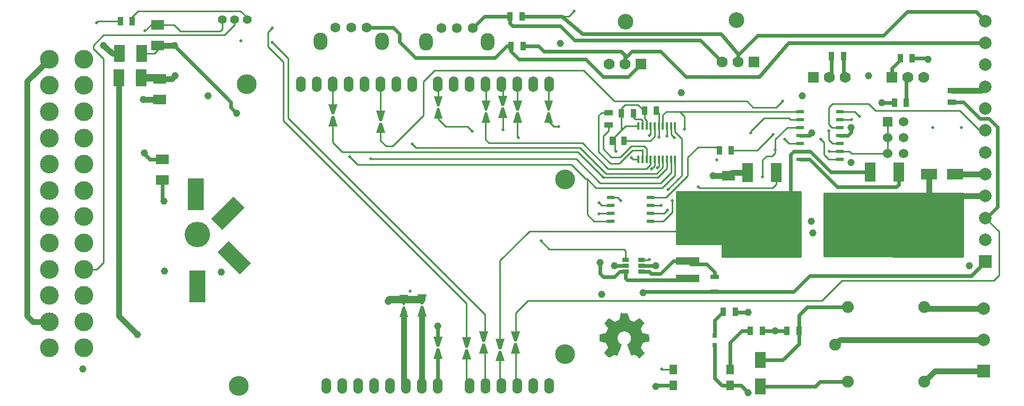
<source format=gtl>
G04 (created by PCBNEW (2013-03-19 BZR 4004)-stable) date 11/24/2013 9:32:50 PM*
%MOIN*%
G04 Gerber Fmt 3.4, Leading zero omitted, Abs format*
%FSLAX34Y34*%
G01*
G70*
G90*
G04 APERTURE LIST*
%ADD10C,0.006*%
%ADD11C,0.0001*%
%ADD12R,0.0669291X0.0984252*%
%ADD13R,0.035X0.055*%
%ADD14R,0.0314X0.0314*%
%ADD15R,0.0511811X0.0590551*%
%ADD16R,0.016X0.05*%
%ADD17R,0.045X0.02*%
%ADD18R,0.06X0.06*%
%ADD19C,0.06*%
%ADD20R,0.0787402X0.0787402*%
%ADD21C,0.0787402*%
%ADD22C,0.11811*%
%ADD23R,0.0984252X0.0669291*%
%ADD24R,0.08X0.06*%
%ADD25R,0.065X0.12*%
%ADD26R,0.24X0.24*%
%ADD27R,0.07X0.11*%
%ADD28C,0.0551181*%
%ADD29O,0.0866142X0.110236*%
%ADD30C,0.0629921*%
%ADD31R,0.0394X0.0276*%
%ADD32R,0.0531496X0.0255906*%
%ADD33R,0.145669X0.0472441*%
%ADD34C,0.075*%
%ADD35C,0.07*%
%ADD36R,0.07X0.07*%
%ADD37C,0.0984252*%
%ADD38C,0.16*%
%ADD39R,0.1X0.2*%
%ADD40R,0.055X0.035*%
%ADD41O,0.06X0.1*%
%ADD42O,0.125X0.125*%
%ADD43C,0.046*%
%ADD44C,0.02*%
%ADD45C,0.024*%
%ADD46C,0.036*%
%ADD47C,0.048*%
%ADD48C,0.01*%
G04 APERTURE END LIST*
G54D10*
G54D11*
G36*
X63686Y-51477D02*
X63479Y-51522D01*
X63365Y-51549D01*
X63297Y-51577D01*
X63255Y-51622D01*
X63218Y-51697D01*
X63208Y-51721D01*
X63145Y-51876D01*
X63263Y-52040D01*
X63381Y-52205D01*
X63220Y-52364D01*
X63058Y-52523D01*
X62916Y-52420D01*
X62790Y-52343D01*
X62695Y-52318D01*
X62637Y-52345D01*
X62634Y-52350D01*
X62609Y-52376D01*
X62582Y-52370D01*
X62548Y-52324D01*
X62503Y-52231D01*
X62440Y-52086D01*
X62417Y-52030D01*
X62273Y-51677D01*
X62377Y-51595D01*
X62477Y-51478D01*
X62526Y-51335D01*
X62523Y-51184D01*
X62470Y-51041D01*
X62380Y-50935D01*
X62255Y-50869D01*
X62108Y-50846D01*
X61965Y-50870D01*
X61871Y-50919D01*
X61754Y-51048D01*
X61696Y-51194D01*
X61697Y-51346D01*
X61757Y-51492D01*
X61868Y-51611D01*
X61954Y-51679D01*
X61814Y-52023D01*
X61757Y-52161D01*
X61710Y-52275D01*
X61678Y-52351D01*
X61666Y-52376D01*
X61634Y-52371D01*
X61573Y-52346D01*
X61499Y-52325D01*
X61431Y-52345D01*
X61393Y-52367D01*
X61281Y-52440D01*
X61208Y-52480D01*
X61157Y-52486D01*
X61109Y-52458D01*
X61046Y-52396D01*
X61010Y-52358D01*
X60856Y-52200D01*
X60968Y-52037D01*
X61079Y-51874D01*
X61019Y-51720D01*
X60982Y-51636D01*
X60944Y-51585D01*
X60884Y-51554D01*
X60783Y-51528D01*
X60753Y-51522D01*
X60547Y-51477D01*
X60557Y-51256D01*
X60567Y-51036D01*
X60700Y-51010D01*
X60805Y-50989D01*
X60892Y-50970D01*
X60904Y-50967D01*
X60969Y-50919D01*
X61028Y-50808D01*
X61032Y-50800D01*
X61089Y-50650D01*
X60965Y-50481D01*
X60841Y-50312D01*
X60986Y-50164D01*
X61066Y-50087D01*
X61129Y-50033D01*
X61158Y-50016D01*
X61199Y-50034D01*
X61276Y-50079D01*
X61355Y-50130D01*
X61524Y-50244D01*
X61662Y-50186D01*
X61736Y-50151D01*
X61782Y-50113D01*
X61811Y-50052D01*
X61837Y-49950D01*
X61847Y-49904D01*
X61894Y-49680D01*
X62112Y-49690D01*
X62330Y-49700D01*
X62382Y-49914D01*
X62413Y-50030D01*
X62443Y-50101D01*
X62487Y-50144D01*
X62557Y-50180D01*
X62571Y-50186D01*
X62709Y-50244D01*
X62869Y-50130D01*
X62961Y-50069D01*
X63034Y-50027D01*
X63066Y-50016D01*
X63107Y-50039D01*
X63177Y-50096D01*
X63243Y-50159D01*
X63383Y-50302D01*
X63263Y-50479D01*
X63144Y-50657D01*
X63200Y-50803D01*
X63231Y-50878D01*
X63264Y-50926D01*
X63316Y-50958D01*
X63402Y-50983D01*
X63534Y-51010D01*
X63667Y-51036D01*
X63677Y-51256D01*
X63686Y-51477D01*
X63686Y-51477D01*
X63686Y-51477D01*
G37*
G54D12*
X70670Y-54290D03*
X70670Y-52640D03*
G54D13*
X72325Y-50800D03*
X73075Y-50800D03*
X70775Y-50800D03*
X70025Y-50800D03*
X68325Y-49600D03*
X69075Y-49600D03*
G54D14*
X67800Y-51695D03*
X67800Y-51105D03*
G54D15*
X65200Y-53250D03*
X65200Y-54250D03*
X68750Y-54250D03*
X68750Y-53250D03*
G54D16*
X65300Y-37900D03*
X65050Y-37900D03*
X64790Y-37900D03*
X64530Y-37900D03*
X64280Y-37900D03*
X64020Y-37900D03*
X63760Y-37900D03*
X63510Y-37900D03*
X63250Y-37900D03*
X63000Y-37900D03*
X63000Y-40000D03*
X63250Y-40000D03*
X63510Y-40000D03*
X63760Y-40000D03*
X64020Y-40000D03*
X64280Y-40000D03*
X64530Y-40000D03*
X64790Y-40000D03*
X65050Y-40000D03*
X65300Y-40000D03*
G54D17*
X73150Y-37000D03*
X73150Y-37500D03*
X73150Y-38000D03*
X73150Y-38500D03*
X73150Y-39000D03*
X73150Y-39500D03*
X73150Y-40000D03*
X75650Y-40000D03*
X75650Y-39500D03*
X75650Y-38500D03*
X75650Y-38000D03*
X75650Y-37500D03*
X75650Y-37000D03*
X75650Y-39000D03*
G54D18*
X78650Y-37650D03*
G54D19*
X79650Y-37650D03*
X78650Y-38650D03*
X79650Y-38650D03*
X78650Y-39650D03*
X79650Y-39650D03*
G54D13*
X61350Y-38825D03*
X62100Y-38825D03*
X63375Y-36950D03*
X64125Y-36950D03*
G54D20*
X84700Y-53350D03*
G54D21*
X84700Y-51381D03*
X84700Y-49412D03*
G54D20*
X84800Y-46450D03*
G54D21*
X84800Y-45072D03*
X84800Y-43694D03*
X84800Y-42316D03*
X84800Y-40938D03*
X84800Y-39560D03*
X84800Y-38182D03*
X84800Y-36804D03*
X84800Y-35426D03*
X84800Y-34048D03*
X84800Y-32670D03*
X84800Y-31292D03*
G54D22*
X25974Y-51888D03*
X25974Y-50235D03*
X25974Y-48581D03*
X25974Y-46928D03*
X25974Y-45274D03*
X25974Y-43621D03*
X25974Y-41967D03*
X25974Y-40314D03*
X25974Y-38660D03*
X25974Y-37007D03*
X25974Y-35353D03*
X25974Y-33700D03*
X28139Y-51888D03*
X28139Y-50235D03*
X28139Y-48581D03*
X28139Y-46928D03*
X28139Y-45274D03*
X28139Y-43621D03*
X28139Y-41967D03*
X28139Y-40314D03*
X28139Y-38660D03*
X28139Y-37007D03*
X28139Y-35353D03*
X28139Y-33700D03*
G54D17*
X63750Y-42400D03*
X63750Y-42900D03*
X63750Y-43400D03*
X63750Y-43900D03*
X61250Y-43900D03*
X61250Y-43400D03*
X61250Y-42900D03*
X61250Y-42400D03*
G54D23*
X81250Y-40950D03*
X82900Y-40950D03*
G54D24*
X68650Y-42350D03*
X68650Y-41050D03*
G54D13*
X68075Y-39450D03*
X68825Y-39450D03*
G54D25*
X71650Y-40850D03*
G54D26*
X70750Y-43350D03*
G54D25*
X69850Y-40850D03*
X79350Y-40800D03*
G54D26*
X78450Y-43300D03*
G54D25*
X77550Y-40800D03*
G54D27*
X30350Y-34875D03*
X31750Y-34875D03*
X31800Y-33350D03*
X30400Y-33350D03*
G54D24*
X32925Y-34925D03*
X32925Y-36225D03*
X32800Y-31525D03*
X32800Y-32825D03*
X33100Y-41300D03*
X33100Y-40000D03*
G54D13*
X31200Y-31300D03*
X30450Y-31300D03*
G54D28*
X38413Y-31190D03*
X37625Y-31190D03*
X36838Y-31190D03*
G54D13*
X79825Y-36450D03*
X79075Y-36450D03*
X55000Y-32875D03*
X55750Y-32875D03*
X80200Y-33625D03*
X79450Y-33625D03*
X75875Y-33500D03*
X75125Y-33500D03*
X54925Y-31000D03*
X55675Y-31000D03*
G54D29*
X53529Y-32616D03*
X49670Y-32616D03*
G54D30*
X51600Y-31750D03*
X52584Y-31750D03*
X50615Y-31750D03*
G54D29*
X46879Y-32566D03*
X43020Y-32566D03*
G54D30*
X44950Y-31700D03*
X45934Y-31700D03*
X43965Y-31700D03*
G54D31*
X62200Y-47075D03*
X62200Y-46700D03*
X62200Y-46325D03*
X63200Y-46325D03*
X63200Y-46700D03*
X63200Y-47075D03*
G54D32*
X67800Y-47400D03*
X67800Y-48344D03*
G54D33*
X66100Y-47500D03*
X66100Y-46397D03*
G54D34*
X75360Y-51660D03*
X76160Y-49300D03*
X80960Y-49300D03*
X80960Y-54020D03*
X76160Y-54020D03*
G54D35*
X68265Y-33863D03*
X69265Y-33863D03*
G54D36*
X70265Y-33863D03*
G54D35*
X76000Y-34842D03*
X75000Y-34842D03*
G54D36*
X74000Y-34842D03*
G54D35*
X80921Y-34842D03*
X79921Y-34842D03*
G54D36*
X78921Y-34842D03*
G54D35*
X61155Y-34003D03*
X62155Y-34003D03*
G54D36*
X63155Y-34003D03*
G54D37*
X62195Y-31343D03*
X69155Y-31233D03*
G54D38*
X35300Y-44750D03*
G54D18*
X35300Y-47500D03*
G54D19*
X35300Y-48500D03*
G54D39*
X35300Y-48000D03*
G54D10*
G36*
X36822Y-45846D02*
X37246Y-45422D01*
X37670Y-45846D01*
X37246Y-46270D01*
X36822Y-45846D01*
X36822Y-45846D01*
G37*
G54D19*
X37953Y-46553D03*
G54D10*
G36*
X36539Y-45846D02*
X37246Y-45139D01*
X38660Y-46553D01*
X37953Y-47260D01*
X36539Y-45846D01*
X36539Y-45846D01*
G37*
G54D18*
X35200Y-42700D03*
G54D19*
X35200Y-41700D03*
G54D39*
X35200Y-42200D03*
G54D10*
G36*
X36846Y-44177D02*
X36422Y-43753D01*
X36846Y-43329D01*
X37270Y-43753D01*
X36846Y-44177D01*
X36846Y-44177D01*
G37*
G54D19*
X37553Y-43046D03*
G54D10*
G36*
X36846Y-44460D02*
X36139Y-43753D01*
X37553Y-42339D01*
X38260Y-43046D01*
X36846Y-44460D01*
X36846Y-44460D01*
G37*
G54D40*
X61125Y-37075D03*
X61125Y-37825D03*
G54D41*
X48790Y-35280D03*
X47790Y-35280D03*
X46790Y-35280D03*
X45790Y-35280D03*
X44790Y-35280D03*
X43790Y-35280D03*
X42790Y-35280D03*
X41790Y-35280D03*
X46390Y-54280D03*
X45390Y-54280D03*
X44390Y-54280D03*
X43390Y-54280D03*
X47390Y-54280D03*
X48390Y-54280D03*
X49390Y-54280D03*
X50390Y-54280D03*
X52390Y-54280D03*
X53390Y-54280D03*
X54390Y-54280D03*
X55390Y-54280D03*
X56390Y-54280D03*
X57390Y-54280D03*
X57390Y-35280D03*
X56390Y-35280D03*
X55390Y-35280D03*
X54390Y-35280D03*
X53390Y-35280D03*
X52390Y-35280D03*
X51390Y-35280D03*
X50390Y-35280D03*
G54D42*
X58390Y-52280D03*
X58390Y-41280D03*
X38390Y-35280D03*
X37890Y-54280D03*
G54D10*
G36*
X54750Y-37400D02*
X54200Y-37400D01*
X54400Y-36750D01*
X54550Y-36750D01*
X54750Y-37400D01*
X54750Y-37400D01*
G37*
G36*
X54750Y-36000D02*
X54550Y-36650D01*
X54400Y-36650D01*
X54200Y-36000D01*
X54750Y-36000D01*
X54750Y-36000D01*
G37*
G36*
X55675Y-37700D02*
X55125Y-37700D01*
X55325Y-37050D01*
X55475Y-37050D01*
X55675Y-37700D01*
X55675Y-37700D01*
G37*
G36*
X55675Y-36300D02*
X55475Y-36950D01*
X55325Y-36950D01*
X55125Y-36300D01*
X55675Y-36300D01*
X55675Y-36300D01*
G37*
G36*
X53700Y-37700D02*
X53150Y-37700D01*
X53350Y-37050D01*
X53500Y-37050D01*
X53700Y-37700D01*
X53700Y-37700D01*
G37*
G36*
X53700Y-36300D02*
X53500Y-36950D01*
X53350Y-36950D01*
X53150Y-36300D01*
X53700Y-36300D01*
X53700Y-36300D01*
G37*
G36*
X47075Y-38350D02*
X46525Y-38350D01*
X46725Y-37700D01*
X46875Y-37700D01*
X47075Y-38350D01*
X47075Y-38350D01*
G37*
G36*
X47075Y-36950D02*
X46875Y-37600D01*
X46725Y-37600D01*
X46525Y-36950D01*
X47075Y-36950D01*
X47075Y-36950D01*
G37*
G36*
X54575Y-52720D02*
X54025Y-52720D01*
X54225Y-52070D01*
X54375Y-52070D01*
X54575Y-52720D01*
X54575Y-52720D01*
G37*
G36*
X54575Y-51320D02*
X54375Y-51970D01*
X54225Y-51970D01*
X54025Y-51320D01*
X54575Y-51320D01*
X54575Y-51320D01*
G37*
G36*
X55550Y-52225D02*
X55000Y-52225D01*
X55200Y-51575D01*
X55350Y-51575D01*
X55550Y-52225D01*
X55550Y-52225D01*
G37*
G36*
X55550Y-50825D02*
X55350Y-51475D01*
X55200Y-51475D01*
X55000Y-50825D01*
X55550Y-50825D01*
X55550Y-50825D01*
G37*
G36*
X53550Y-52250D02*
X53000Y-52250D01*
X53200Y-51600D01*
X53350Y-51600D01*
X53550Y-52250D01*
X53550Y-52250D01*
G37*
G36*
X53550Y-50850D02*
X53350Y-51500D01*
X53200Y-51500D01*
X53000Y-50850D01*
X53550Y-50850D01*
X53550Y-50850D01*
G37*
G36*
X52475Y-52620D02*
X51925Y-52620D01*
X52125Y-51970D01*
X52275Y-51970D01*
X52475Y-52620D01*
X52475Y-52620D01*
G37*
G36*
X52475Y-51220D02*
X52275Y-51870D01*
X52125Y-51870D01*
X51925Y-51220D01*
X52475Y-51220D01*
X52475Y-51220D01*
G37*
G36*
X44075Y-37925D02*
X43525Y-37925D01*
X43725Y-37275D01*
X43875Y-37275D01*
X44075Y-37925D01*
X44075Y-37925D01*
G37*
G36*
X44075Y-36525D02*
X43875Y-37175D01*
X43725Y-37175D01*
X43525Y-36525D01*
X44075Y-36525D01*
X44075Y-36525D01*
G37*
G36*
X48525Y-49925D02*
X47975Y-49925D01*
X48175Y-49275D01*
X48325Y-49275D01*
X48525Y-49925D01*
X48525Y-49925D01*
G37*
G36*
X48525Y-48525D02*
X48325Y-49175D01*
X48175Y-49175D01*
X47975Y-48525D01*
X48525Y-48525D01*
X48525Y-48525D01*
G37*
G36*
X50675Y-52570D02*
X50125Y-52570D01*
X50325Y-51920D01*
X50475Y-51920D01*
X50675Y-52570D01*
X50675Y-52570D01*
G37*
G36*
X50675Y-51170D02*
X50475Y-51820D01*
X50325Y-51820D01*
X50125Y-51170D01*
X50675Y-51170D01*
X50675Y-51170D01*
G37*
G36*
X57625Y-37700D02*
X57075Y-37700D01*
X57275Y-37050D01*
X57425Y-37050D01*
X57625Y-37700D01*
X57625Y-37700D01*
G37*
G36*
X57625Y-36300D02*
X57425Y-36950D01*
X57275Y-36950D01*
X57075Y-36300D01*
X57625Y-36300D01*
X57625Y-36300D01*
G37*
G36*
X50700Y-37425D02*
X50150Y-37425D01*
X50350Y-36775D01*
X50500Y-36775D01*
X50700Y-37425D01*
X50700Y-37425D01*
G37*
G36*
X50700Y-36025D02*
X50500Y-36675D01*
X50350Y-36675D01*
X50150Y-36025D01*
X50700Y-36025D01*
X50700Y-36025D01*
G37*
G36*
X49675Y-49900D02*
X49125Y-49900D01*
X49325Y-49250D01*
X49475Y-49250D01*
X49675Y-49900D01*
X49675Y-49900D01*
G37*
G36*
X49675Y-48500D02*
X49475Y-49150D01*
X49325Y-49150D01*
X49125Y-48500D01*
X49675Y-48500D01*
X49675Y-48500D01*
G37*
G54D40*
X82680Y-35665D03*
X82680Y-36415D03*
G54D13*
X61925Y-37090D03*
X62675Y-37090D03*
G54D43*
X73950Y-44650D03*
X28100Y-53200D03*
X50400Y-50500D03*
X71600Y-50800D03*
X31525Y-51050D03*
X33900Y-34725D03*
G54D44*
X28950Y-31400D03*
G54D43*
X58100Y-32700D03*
X35950Y-36000D03*
X33225Y-47050D03*
X60600Y-46500D03*
X36800Y-47100D03*
G54D44*
X61900Y-42600D03*
X64800Y-38550D03*
X81500Y-38000D03*
G54D43*
X33175Y-42625D03*
X29400Y-32850D03*
X37750Y-37100D03*
X33850Y-32850D03*
G54D44*
X66750Y-41750D03*
X58000Y-37950D03*
X72050Y-36325D03*
X56875Y-45150D03*
X46200Y-39975D03*
X44850Y-39850D03*
X64450Y-53200D03*
X60525Y-43450D03*
X60800Y-41150D03*
X39975Y-31750D03*
X40000Y-32650D03*
X48775Y-39025D03*
X65125Y-42600D03*
X54500Y-38150D03*
X64840Y-41900D03*
X55450Y-38650D03*
X64825Y-43200D03*
X52550Y-38225D03*
X60525Y-42725D03*
G54D43*
X61500Y-46700D03*
X63300Y-48400D03*
G54D44*
X63700Y-46300D03*
X58950Y-30675D03*
X65900Y-38100D03*
X64300Y-38600D03*
X63700Y-38500D03*
X74940Y-38200D03*
X62000Y-38100D03*
X61600Y-39500D03*
X67925Y-40025D03*
G54D43*
X73300Y-36000D03*
G54D44*
X64425Y-42900D03*
G54D43*
X73850Y-43900D03*
G54D44*
X62550Y-39900D03*
G54D43*
X67700Y-41050D03*
G54D44*
X83300Y-38000D03*
G54D43*
X76350Y-40200D03*
X78300Y-36450D03*
X81200Y-33700D03*
X77450Y-34750D03*
X73900Y-38350D03*
X75000Y-34842D03*
X76350Y-38000D03*
X31875Y-36225D03*
G54D44*
X32000Y-31900D03*
G54D43*
X47275Y-48925D03*
G54D44*
X48650Y-48300D03*
G54D43*
X31950Y-39600D03*
X83800Y-46700D03*
X64100Y-46700D03*
X60700Y-48500D03*
G54D44*
X38025Y-32550D03*
G54D43*
X65700Y-35800D03*
X69900Y-49625D03*
G54D44*
X71450Y-38450D03*
X72200Y-38750D03*
X63810Y-40620D03*
X64190Y-40550D03*
X65250Y-38650D03*
X70050Y-38350D03*
X74450Y-38750D03*
X76900Y-37300D03*
X75000Y-39500D03*
X76400Y-37500D03*
X70800Y-41100D03*
X71600Y-39400D03*
G54D43*
X69900Y-54700D03*
X64100Y-54300D03*
G54D45*
X50400Y-50500D02*
X50400Y-51495D01*
X70775Y-50800D02*
X71600Y-50800D01*
X71600Y-50800D02*
X72325Y-50800D01*
G54D46*
X30350Y-34875D02*
X30350Y-49875D01*
X30350Y-49875D02*
X31525Y-51050D01*
G54D47*
X31750Y-34875D02*
X32875Y-34875D01*
X32875Y-34875D02*
X32925Y-34925D01*
G54D46*
X32925Y-34925D02*
X33700Y-34925D01*
X33700Y-34925D02*
X33900Y-34725D01*
G54D48*
X29700Y-31300D02*
X29050Y-31300D01*
X29050Y-31300D02*
X28950Y-31400D01*
X30450Y-31300D02*
X29700Y-31300D01*
X29700Y-31300D02*
X29675Y-31300D01*
G54D45*
X64200Y-47600D02*
X66000Y-47600D01*
X64200Y-47600D02*
X62300Y-47600D01*
X62300Y-47600D02*
X62200Y-47500D01*
X62200Y-47075D02*
X62200Y-47500D01*
X66000Y-47600D02*
X66100Y-47500D01*
X62200Y-47075D02*
X61825Y-47075D01*
X60600Y-47200D02*
X60600Y-46500D01*
X60800Y-47400D02*
X60600Y-47200D01*
X61500Y-47400D02*
X60800Y-47400D01*
X61825Y-47075D02*
X61500Y-47400D01*
G54D48*
X61250Y-42400D02*
X61700Y-42400D01*
X61700Y-42400D02*
X61900Y-42600D01*
X64790Y-38540D02*
X64790Y-37900D01*
X64800Y-38550D02*
X64790Y-38540D01*
G54D45*
X33100Y-41300D02*
X33100Y-42550D01*
X33100Y-42550D02*
X33175Y-42625D01*
G54D46*
X29950Y-33350D02*
X30400Y-33350D01*
X29400Y-32850D02*
X29950Y-33350D01*
G54D48*
X32800Y-32825D02*
X32800Y-33125D01*
X32575Y-33350D02*
X31800Y-33350D01*
X32800Y-33125D02*
X32575Y-33350D01*
G54D45*
X33850Y-32850D02*
X37400Y-36400D01*
X37400Y-36750D02*
X37750Y-37100D01*
X37400Y-36400D02*
X37400Y-36750D01*
G54D46*
X32800Y-32825D02*
X33825Y-32825D01*
X33825Y-32825D02*
X33850Y-32850D01*
G54D48*
X54300Y-51645D02*
X54300Y-46375D01*
X65350Y-44525D02*
X66475Y-44525D01*
X66475Y-44525D02*
X68650Y-42350D01*
X65525Y-44525D02*
X65550Y-44500D01*
X56150Y-44525D02*
X65350Y-44525D01*
X65350Y-44525D02*
X65525Y-44525D01*
X54300Y-46375D02*
X56150Y-44525D01*
G54D45*
X73150Y-39500D02*
X72750Y-39500D01*
X72550Y-39700D02*
X72550Y-42300D01*
X72750Y-39500D02*
X72550Y-39700D01*
X73150Y-39500D02*
X73800Y-39500D01*
X75100Y-40800D02*
X77550Y-40800D01*
X73800Y-39500D02*
X75100Y-40800D01*
G54D48*
X57350Y-37375D02*
X57350Y-37600D01*
X71650Y-41575D02*
X71650Y-40850D01*
X71425Y-41800D02*
X71650Y-41575D01*
X66800Y-41800D02*
X71425Y-41800D01*
X66750Y-41750D02*
X66800Y-41800D01*
X57700Y-37950D02*
X58000Y-37950D01*
X57350Y-37600D02*
X57700Y-37950D01*
X70575Y-36725D02*
X71650Y-36725D01*
X71650Y-36725D02*
X72050Y-36325D01*
X46800Y-38025D02*
X46800Y-38825D01*
X70200Y-36725D02*
X70575Y-36725D01*
X70575Y-36725D02*
X70600Y-36725D01*
X69825Y-36350D02*
X70200Y-36725D01*
X61500Y-36350D02*
X69825Y-36350D01*
X59550Y-34400D02*
X61500Y-36350D01*
X50200Y-34400D02*
X59550Y-34400D01*
X49500Y-35100D02*
X50200Y-34400D01*
X49500Y-37225D02*
X49500Y-35100D01*
X47550Y-39175D02*
X49500Y-37225D01*
X47150Y-39175D02*
X47550Y-39175D01*
X46800Y-38825D02*
X47150Y-39175D01*
X62100Y-45675D02*
X57400Y-45675D01*
X62100Y-45675D02*
X62200Y-45775D01*
X62200Y-46325D02*
X62200Y-45775D01*
X56875Y-45150D02*
X57400Y-45675D01*
X65050Y-40000D02*
X65050Y-40850D01*
X59075Y-39975D02*
X59050Y-39975D01*
X60600Y-41500D02*
X59075Y-39975D01*
X64400Y-41500D02*
X60600Y-41500D01*
X65050Y-40850D02*
X64400Y-41500D01*
X59050Y-39975D02*
X46200Y-39975D01*
X59775Y-41250D02*
X59700Y-41250D01*
X45350Y-40350D02*
X44850Y-39850D01*
X58800Y-40350D02*
X45350Y-40350D01*
X59700Y-41250D02*
X58800Y-40350D01*
X59775Y-41250D02*
X59775Y-43475D01*
X60200Y-43900D02*
X61250Y-43900D01*
X59775Y-43475D02*
X60200Y-43900D01*
X65300Y-40625D02*
X65300Y-41000D01*
X60325Y-41800D02*
X59775Y-41250D01*
X64500Y-41800D02*
X60325Y-41800D01*
X65300Y-41000D02*
X64500Y-41800D01*
X65300Y-40650D02*
X65300Y-40625D01*
X65300Y-40625D02*
X65300Y-40000D01*
X59775Y-41250D02*
X59875Y-41350D01*
X64500Y-53250D02*
X65200Y-53250D01*
X64450Y-53200D02*
X64500Y-53250D01*
X60800Y-41150D02*
X59175Y-39525D01*
X59175Y-39525D02*
X59200Y-39525D01*
X64790Y-40460D02*
X64790Y-40585D01*
X64790Y-40000D02*
X64790Y-40460D01*
X60575Y-43400D02*
X61250Y-43400D01*
X60525Y-43450D02*
X60575Y-43400D01*
X64225Y-41150D02*
X60800Y-41150D01*
X64790Y-40585D02*
X64225Y-41150D01*
X44800Y-39525D02*
X44375Y-39525D01*
X44375Y-39525D02*
X43800Y-38950D01*
X43800Y-38950D02*
X43800Y-37600D01*
X59200Y-39525D02*
X44800Y-39525D01*
X52200Y-51545D02*
X52200Y-49075D01*
X39725Y-32000D02*
X39975Y-31750D01*
X39725Y-32900D02*
X39725Y-32000D01*
X40700Y-33875D02*
X39725Y-32900D01*
X40700Y-37575D02*
X40700Y-33875D01*
X52200Y-49075D02*
X40700Y-37575D01*
X53350Y-49775D02*
X53350Y-51100D01*
X51925Y-48350D02*
X53350Y-49775D01*
X53350Y-51100D02*
X53275Y-51175D01*
X51925Y-48350D02*
X51925Y-48350D01*
X40975Y-37400D02*
X51925Y-48350D01*
X40975Y-33625D02*
X40975Y-37400D01*
X40000Y-32650D02*
X40975Y-33625D01*
X49650Y-39275D02*
X49025Y-39275D01*
X49025Y-39275D02*
X48775Y-39025D01*
X64530Y-40319D02*
X64530Y-40520D01*
X64530Y-40000D02*
X64530Y-40319D01*
X60950Y-40900D02*
X59325Y-39275D01*
X64150Y-40900D02*
X60950Y-40900D01*
X64530Y-40520D02*
X64150Y-40900D01*
X59325Y-39275D02*
X49650Y-39275D01*
X49650Y-39275D02*
X49625Y-39275D01*
X53375Y-38225D02*
X53375Y-37425D01*
X63760Y-40340D02*
X63500Y-40600D01*
X63500Y-40600D02*
X61100Y-40600D01*
X61100Y-40600D02*
X59475Y-38975D01*
X59475Y-38975D02*
X53600Y-38975D01*
X53600Y-38975D02*
X53375Y-38750D01*
X53375Y-38750D02*
X53375Y-38225D01*
X63760Y-40000D02*
X63760Y-40340D01*
X53375Y-37425D02*
X53425Y-37375D01*
X63750Y-43900D02*
X64550Y-43900D01*
X65125Y-43325D02*
X65125Y-42600D01*
X64550Y-43900D02*
X65125Y-43325D01*
X54475Y-38125D02*
X54475Y-37075D01*
X54500Y-38150D02*
X54475Y-38125D01*
X65500Y-41250D02*
X65490Y-41250D01*
X65300Y-38275D02*
X65725Y-38700D01*
X65725Y-38700D02*
X65725Y-41025D01*
X65725Y-41025D02*
X65500Y-41250D01*
X65300Y-37900D02*
X65300Y-38275D01*
X65490Y-41250D02*
X64840Y-41900D01*
X55375Y-38000D02*
X55375Y-37400D01*
X55450Y-38650D02*
X55375Y-38575D01*
X55375Y-38575D02*
X55375Y-38000D01*
X55400Y-37375D02*
X55375Y-37400D01*
X64400Y-43400D02*
X64625Y-43400D01*
X63750Y-43400D02*
X64400Y-43400D01*
X64625Y-43400D02*
X64825Y-43200D01*
X50425Y-37100D02*
X50425Y-37475D01*
X52250Y-37925D02*
X52550Y-38225D01*
X50875Y-37925D02*
X52250Y-37925D01*
X50425Y-37475D02*
X50875Y-37925D01*
X61250Y-42900D02*
X60700Y-42900D01*
X60700Y-42900D02*
X60525Y-42725D01*
G54D46*
X82900Y-40950D02*
X84788Y-40950D01*
X84788Y-40950D02*
X84800Y-40938D01*
X81250Y-40950D02*
X81250Y-42400D01*
X81250Y-42400D02*
X81300Y-42450D01*
X84800Y-42316D02*
X83216Y-42316D01*
X83216Y-42316D02*
X83200Y-42300D01*
G54D45*
X84800Y-43694D02*
X84865Y-43694D01*
X83435Y-36415D02*
X82680Y-36415D01*
X84460Y-37440D02*
X83435Y-36415D01*
X85020Y-37440D02*
X84460Y-37440D01*
X85560Y-37980D02*
X85020Y-37440D01*
X85560Y-43000D02*
X85560Y-37980D01*
X84865Y-43694D02*
X85560Y-43000D01*
G54D48*
X55275Y-51150D02*
X55275Y-49675D01*
X85650Y-44544D02*
X84800Y-43694D01*
X85650Y-47300D02*
X85650Y-44544D01*
X85325Y-47625D02*
X85650Y-47300D01*
X75800Y-47625D02*
X85325Y-47625D01*
X74525Y-48900D02*
X75800Y-47625D01*
X56050Y-48900D02*
X74525Y-48900D01*
X55275Y-49675D02*
X56050Y-48900D01*
G54D45*
X81350Y-47340D02*
X83909Y-47340D01*
X83909Y-47340D02*
X84800Y-46450D01*
X72255Y-48344D02*
X72755Y-48344D01*
X67800Y-48344D02*
X72255Y-48344D01*
X73759Y-47340D02*
X81350Y-47340D01*
X81350Y-47340D02*
X81384Y-47340D01*
X72755Y-48344D02*
X73759Y-47340D01*
X67800Y-48344D02*
X63355Y-48344D01*
X61500Y-46700D02*
X62200Y-46700D01*
X63355Y-48344D02*
X63300Y-48400D01*
G54D48*
X63700Y-46300D02*
X63675Y-46325D01*
X63200Y-46325D02*
X63675Y-46325D01*
X58625Y-31000D02*
X58075Y-31000D01*
X58950Y-30675D02*
X58625Y-31000D01*
G54D45*
X69265Y-33863D02*
X69265Y-33434D01*
X84207Y-30700D02*
X84800Y-31292D01*
X79900Y-30700D02*
X84207Y-30700D01*
X78400Y-32200D02*
X79900Y-30700D01*
X70500Y-32200D02*
X78400Y-32200D01*
X69265Y-33434D02*
X70500Y-32200D01*
X55675Y-31000D02*
X58075Y-31000D01*
X58075Y-31000D02*
X58200Y-31000D01*
X69265Y-33365D02*
X69265Y-33863D01*
X68200Y-32100D02*
X69265Y-33365D01*
X59500Y-32100D02*
X68200Y-32100D01*
X58200Y-31000D02*
X59500Y-32100D01*
X84500Y-32670D02*
X72429Y-32670D01*
X62600Y-33200D02*
X62155Y-33644D01*
X64400Y-33200D02*
X62600Y-33200D01*
X66000Y-34800D02*
X64400Y-33200D01*
X70600Y-34800D02*
X66000Y-34800D01*
X72429Y-32670D02*
X70600Y-34800D01*
X55750Y-32875D02*
X56725Y-32875D01*
X62155Y-33455D02*
X62155Y-33644D01*
X62155Y-33644D02*
X62155Y-34003D01*
X61900Y-33200D02*
X62155Y-33455D01*
X57050Y-33200D02*
X61900Y-33200D01*
X56725Y-32875D02*
X57050Y-33200D01*
G54D46*
X84700Y-51381D02*
X75638Y-51381D01*
X75638Y-51381D02*
X75360Y-51660D01*
X84700Y-49412D02*
X81072Y-49412D01*
X81072Y-49412D02*
X80960Y-49300D01*
X84700Y-53350D02*
X81630Y-53350D01*
X81630Y-53350D02*
X80960Y-54020D01*
G54D48*
X65900Y-37300D02*
X65600Y-37000D01*
X65900Y-38100D02*
X65900Y-37300D01*
X64530Y-37900D02*
X64530Y-37220D01*
X64750Y-37000D02*
X65600Y-37000D01*
X65600Y-37000D02*
X70850Y-37000D01*
X70850Y-37000D02*
X73150Y-37000D01*
X64530Y-37220D02*
X64750Y-37000D01*
X64280Y-37900D02*
X64280Y-38580D01*
X64280Y-38580D02*
X64300Y-38600D01*
X64280Y-37900D02*
X64280Y-37105D01*
X64280Y-37105D02*
X64125Y-36950D01*
X63700Y-38500D02*
X63760Y-38440D01*
X63760Y-37900D02*
X63760Y-38440D01*
X62100Y-38825D02*
X63750Y-38825D01*
X64020Y-38555D02*
X64020Y-37900D01*
X63750Y-38825D02*
X64020Y-38555D01*
X75180Y-39000D02*
X75650Y-39000D01*
X74940Y-38760D02*
X75180Y-39000D01*
X74940Y-38200D02*
X74940Y-38760D01*
X83200Y-36950D02*
X83850Y-37600D01*
X84432Y-38182D02*
X83850Y-37600D01*
X84800Y-38182D02*
X84432Y-38182D01*
X75150Y-38000D02*
X74950Y-37800D01*
X74950Y-37800D02*
X74950Y-36750D01*
X74950Y-36750D02*
X75200Y-36500D01*
X75200Y-36500D02*
X77450Y-36500D01*
X77450Y-36500D02*
X77900Y-36950D01*
X77900Y-36950D02*
X83200Y-36950D01*
X75150Y-38000D02*
X75650Y-38000D01*
X63000Y-37900D02*
X62200Y-37900D01*
X62200Y-37900D02*
X62000Y-38100D01*
X61925Y-37090D02*
X61925Y-38025D01*
X61525Y-38900D02*
X61525Y-39425D01*
X61600Y-39500D02*
X61525Y-39425D01*
X61525Y-38575D02*
X62000Y-38100D01*
X61525Y-38575D02*
X61525Y-38900D01*
X61925Y-38025D02*
X62000Y-38100D01*
X63375Y-36950D02*
X63350Y-36950D01*
X61925Y-36815D02*
X61925Y-37090D01*
X62170Y-36570D02*
X61925Y-36815D01*
X62970Y-36570D02*
X62170Y-36570D01*
X63350Y-36950D02*
X62970Y-36570D01*
X64425Y-42900D02*
X63750Y-42900D01*
X62650Y-40000D02*
X63000Y-40000D01*
X62550Y-39900D02*
X62650Y-40000D01*
G54D46*
X68650Y-41050D02*
X67700Y-41050D01*
X69850Y-40850D02*
X68850Y-40850D01*
X68850Y-40850D02*
X68650Y-41050D01*
G54D48*
X63510Y-37900D02*
X63510Y-37560D01*
X63375Y-37425D02*
X63375Y-36950D01*
X63510Y-37560D02*
X63375Y-37425D01*
G54D45*
X78300Y-36450D02*
X79075Y-36450D01*
X81125Y-33625D02*
X80200Y-33625D01*
X81200Y-33700D02*
X81125Y-33625D01*
X73150Y-38500D02*
X73750Y-38500D01*
X73750Y-38500D02*
X73900Y-38350D01*
X75000Y-34842D02*
X75125Y-34717D01*
X75125Y-34717D02*
X75125Y-33500D01*
X76150Y-38500D02*
X75650Y-38500D01*
X76350Y-38300D02*
X76150Y-38500D01*
X76350Y-38000D02*
X76350Y-38300D01*
X79825Y-36450D02*
X79825Y-34938D01*
X79825Y-34938D02*
X79921Y-34842D01*
G54D46*
X32925Y-36225D02*
X31875Y-36225D01*
G54D48*
X32800Y-31525D02*
X32375Y-31525D01*
X32375Y-31525D02*
X32000Y-31900D01*
X36838Y-31190D02*
X36838Y-31811D01*
X33825Y-31525D02*
X32800Y-31525D01*
X34225Y-31925D02*
X33825Y-31525D01*
X36725Y-31925D02*
X34225Y-31925D01*
X36838Y-31811D02*
X36725Y-31925D01*
G54D47*
X49400Y-48825D02*
X48275Y-48825D01*
X48275Y-48825D02*
X48250Y-48850D01*
X47350Y-48850D02*
X48250Y-48850D01*
X47275Y-48925D02*
X47350Y-48850D01*
G54D45*
X33100Y-40000D02*
X32300Y-40000D01*
X31950Y-39650D02*
X31950Y-39600D01*
X32300Y-40000D02*
X31950Y-39650D01*
X64100Y-46700D02*
X63200Y-46700D01*
G54D46*
X82680Y-35665D02*
X84561Y-35665D01*
X84561Y-35665D02*
X84800Y-35426D01*
G54D45*
X69075Y-49600D02*
X69100Y-49625D01*
X69100Y-49625D02*
X69900Y-49625D01*
G54D48*
X30125Y-32175D02*
X29400Y-32175D01*
X28946Y-46928D02*
X28139Y-46928D01*
X29375Y-46500D02*
X28946Y-46928D01*
X29375Y-33675D02*
X29375Y-46500D01*
X28750Y-33050D02*
X29375Y-33675D01*
X28750Y-32825D02*
X28750Y-33050D01*
X29400Y-32175D02*
X28750Y-32825D01*
X37625Y-31190D02*
X37625Y-31524D01*
X30100Y-32175D02*
X30125Y-32175D01*
X30125Y-32175D02*
X30175Y-32175D01*
X36975Y-32175D02*
X30100Y-32175D01*
X37625Y-31524D02*
X36975Y-32175D01*
X38413Y-31190D02*
X38413Y-31088D01*
X31200Y-31025D02*
X31200Y-31300D01*
X31550Y-30675D02*
X31200Y-31025D01*
X38000Y-30675D02*
X31550Y-30675D01*
X38413Y-31088D02*
X38000Y-30675D01*
G54D45*
X67800Y-47400D02*
X67800Y-47100D01*
X66302Y-46600D02*
X66100Y-46397D01*
X67300Y-46600D02*
X66302Y-46600D01*
X67800Y-47100D02*
X67300Y-46600D01*
X63200Y-47075D02*
X63675Y-47075D01*
X65202Y-46397D02*
X66100Y-46397D01*
X64400Y-47200D02*
X65202Y-46397D01*
X63800Y-47200D02*
X64400Y-47200D01*
X63675Y-47075D02*
X63800Y-47200D01*
G54D48*
X63750Y-42400D02*
X64735Y-42400D01*
X67850Y-39225D02*
X68075Y-39450D01*
X66750Y-39225D02*
X67850Y-39225D01*
X66100Y-39875D02*
X66750Y-39225D01*
X66100Y-41035D02*
X66100Y-39875D01*
X64735Y-42400D02*
X66100Y-41035D01*
G54D45*
X73150Y-40000D02*
X73750Y-40000D01*
X79350Y-41600D02*
X79350Y-40800D01*
X79200Y-41750D02*
X79350Y-41600D01*
X75500Y-41750D02*
X79200Y-41750D01*
X73750Y-40000D02*
X75500Y-41750D01*
G54D48*
X68825Y-39450D02*
X70450Y-39450D01*
X70450Y-39450D02*
X71450Y-38450D01*
X72450Y-39000D02*
X73150Y-39000D01*
X72200Y-38750D02*
X72450Y-39000D01*
G54D45*
X79450Y-33625D02*
X79450Y-33750D01*
X78921Y-34278D02*
X78921Y-34842D01*
X79450Y-33750D02*
X78921Y-34278D01*
X75875Y-33500D02*
X75875Y-34717D01*
X75875Y-34717D02*
X76000Y-34842D01*
X54925Y-31000D02*
X54925Y-31425D01*
X66902Y-32500D02*
X68265Y-33863D01*
X59000Y-32500D02*
X66902Y-32500D01*
X58100Y-31600D02*
X59000Y-32500D01*
X55100Y-31600D02*
X58100Y-31600D01*
X54925Y-31425D02*
X55100Y-31600D01*
X54925Y-31000D02*
X53334Y-31000D01*
X53334Y-31000D02*
X52584Y-31750D01*
X55000Y-32875D02*
X55000Y-33200D01*
X62358Y-34800D02*
X63155Y-34003D01*
X60800Y-34800D02*
X62358Y-34800D01*
X59700Y-33700D02*
X60800Y-34800D01*
X55500Y-33700D02*
X59700Y-33700D01*
X55000Y-33200D02*
X55500Y-33700D01*
X55000Y-32875D02*
X54725Y-32875D01*
X47600Y-31700D02*
X45934Y-31700D01*
X48000Y-32100D02*
X47600Y-31700D01*
X48000Y-32600D02*
X48000Y-32100D01*
X49000Y-33600D02*
X48000Y-32600D01*
X54000Y-33600D02*
X49000Y-33600D01*
X54725Y-32875D02*
X54000Y-33600D01*
G54D46*
X48250Y-49600D02*
X48250Y-54140D01*
X48250Y-54140D02*
X48390Y-54280D01*
G54D45*
X50400Y-52245D02*
X50400Y-54270D01*
X50400Y-54270D02*
X50390Y-54280D01*
G54D46*
X49400Y-49575D02*
X49400Y-54270D01*
X49400Y-54270D02*
X49390Y-54280D01*
G54D48*
X53425Y-36625D02*
X53425Y-35315D01*
X53425Y-35315D02*
X53390Y-35280D01*
X53375Y-35295D02*
X53390Y-35280D01*
X54475Y-36325D02*
X54475Y-35365D01*
X54475Y-35365D02*
X54390Y-35280D01*
X55400Y-36625D02*
X55400Y-35290D01*
X55400Y-35290D02*
X55390Y-35280D01*
X54300Y-52395D02*
X54300Y-54190D01*
X54300Y-54190D02*
X54390Y-54280D01*
X55275Y-51900D02*
X55275Y-54165D01*
X55275Y-54165D02*
X55390Y-54280D01*
X53350Y-52350D02*
X53350Y-52000D01*
X53350Y-52000D02*
X53275Y-51925D01*
X53350Y-52345D02*
X53350Y-52350D01*
X53350Y-52350D02*
X53350Y-54240D01*
X53350Y-54240D02*
X53390Y-54280D01*
X52200Y-52295D02*
X52200Y-54090D01*
X52200Y-54090D02*
X52390Y-54280D01*
X46800Y-37275D02*
X46800Y-35290D01*
X46800Y-35290D02*
X46790Y-35280D01*
X57350Y-36625D02*
X57350Y-35320D01*
X57350Y-35320D02*
X57390Y-35280D01*
X43800Y-36850D02*
X43800Y-35290D01*
X43800Y-35290D02*
X43790Y-35280D01*
X50425Y-36350D02*
X50425Y-35315D01*
X50425Y-35315D02*
X50390Y-35280D01*
X64020Y-40000D02*
X64020Y-40400D01*
X63810Y-40610D02*
X63810Y-40620D01*
X64020Y-40400D02*
X63810Y-40610D01*
X64280Y-40000D02*
X64280Y-40460D01*
X64280Y-40460D02*
X64190Y-40550D01*
X65050Y-37900D02*
X65050Y-38450D01*
X65050Y-38450D02*
X65250Y-38650D01*
X63250Y-37900D02*
X63250Y-37570D01*
X62675Y-37365D02*
X62675Y-37090D01*
X62790Y-37480D02*
X62675Y-37365D01*
X63160Y-37480D02*
X62790Y-37480D01*
X63250Y-37570D02*
X63160Y-37480D01*
X60775Y-39350D02*
X60775Y-38550D01*
X61125Y-38200D02*
X61125Y-37825D01*
X60775Y-38550D02*
X61125Y-38200D01*
X62775Y-39175D02*
X62550Y-39175D01*
X62550Y-39175D02*
X61850Y-39875D01*
X61850Y-39875D02*
X61300Y-39875D01*
X61300Y-39875D02*
X60775Y-39350D01*
X60775Y-39350D02*
X60800Y-39375D01*
X63510Y-40000D02*
X63510Y-39335D01*
X63350Y-39175D02*
X62775Y-39175D01*
X63510Y-39335D02*
X63350Y-39175D01*
X70050Y-38250D02*
X70050Y-38350D01*
X72550Y-37500D02*
X72450Y-37400D01*
X72450Y-37400D02*
X70900Y-37400D01*
X70900Y-37400D02*
X70050Y-38250D01*
X73150Y-37500D02*
X72550Y-37500D01*
X74950Y-40000D02*
X75650Y-40000D01*
X74650Y-39700D02*
X74950Y-40000D01*
X74650Y-38950D02*
X74650Y-39700D01*
X74450Y-38750D02*
X74650Y-38950D01*
X76600Y-37000D02*
X76900Y-37300D01*
X75650Y-37000D02*
X76600Y-37000D01*
X75650Y-39500D02*
X75000Y-39500D01*
X78650Y-39650D02*
X76400Y-39650D01*
X76250Y-39500D02*
X75650Y-39500D01*
X76400Y-39650D02*
X76250Y-39500D01*
X78650Y-38650D02*
X78650Y-39650D01*
X78650Y-37650D02*
X78650Y-38650D01*
X75650Y-37500D02*
X76400Y-37500D01*
X71600Y-39600D02*
X71600Y-39400D01*
X71400Y-39800D02*
X71600Y-39600D01*
X71050Y-39800D02*
X71400Y-39800D01*
X70800Y-40050D02*
X71050Y-39800D01*
X70800Y-41100D02*
X70800Y-40050D01*
X73150Y-38000D02*
X72350Y-38000D01*
X71600Y-38750D02*
X71600Y-39400D01*
X72350Y-38000D02*
X71600Y-38750D01*
X60500Y-39525D02*
X60500Y-37250D01*
X63250Y-39400D02*
X63200Y-39450D01*
X63200Y-39450D02*
X62625Y-39450D01*
X62625Y-39450D02*
X61800Y-40275D01*
X61800Y-40275D02*
X61250Y-40275D01*
X61250Y-40275D02*
X60500Y-39525D01*
X63250Y-40000D02*
X63250Y-39400D01*
X60675Y-37075D02*
X61125Y-37075D01*
X60500Y-37250D02*
X60675Y-37075D01*
G54D45*
X67800Y-51105D02*
X67800Y-50125D01*
X67800Y-50125D02*
X68325Y-49600D01*
X73075Y-50800D02*
X73075Y-49825D01*
X73600Y-49300D02*
X76160Y-49300D01*
X73075Y-49825D02*
X73600Y-49300D01*
X70670Y-52640D02*
X72060Y-52640D01*
X73075Y-51625D02*
X73075Y-50800D01*
X72060Y-52640D02*
X73075Y-51625D01*
X70670Y-54290D02*
X74110Y-54290D01*
X74380Y-54020D02*
X76160Y-54020D01*
X74110Y-54290D02*
X74380Y-54020D01*
X68750Y-54250D02*
X69450Y-54250D01*
X69450Y-54250D02*
X69900Y-54700D01*
X67800Y-51695D02*
X67800Y-53800D01*
X68250Y-54250D02*
X68750Y-54250D01*
X67800Y-53800D02*
X68250Y-54250D01*
X68750Y-53250D02*
X68750Y-51550D01*
X69500Y-50800D02*
X70025Y-50800D01*
X68750Y-51550D02*
X69500Y-50800D01*
X65200Y-54250D02*
X64150Y-54250D01*
X64150Y-54250D02*
X64100Y-54300D01*
G54D46*
X25974Y-50235D02*
X24955Y-50235D01*
X24600Y-35074D02*
X25974Y-33700D01*
X24600Y-49880D02*
X24600Y-35074D01*
X24955Y-50235D02*
X24600Y-49880D01*
G54D10*
G36*
X83400Y-46149D02*
X74650Y-46100D01*
X74650Y-42150D01*
X77250Y-42150D01*
X83400Y-42150D01*
X83400Y-45950D01*
X83400Y-46149D01*
X83400Y-46149D01*
G37*
G54D48*
X83400Y-46149D02*
X74650Y-46100D01*
X74650Y-42150D01*
X77250Y-42150D01*
X83400Y-42150D01*
X83400Y-45950D01*
X83400Y-46149D01*
G54D10*
G36*
X73200Y-46150D02*
X68250Y-46150D01*
X68250Y-45350D01*
X65400Y-45350D01*
X65400Y-42050D01*
X73200Y-42050D01*
X73200Y-46150D01*
X73200Y-46150D01*
G37*
G54D48*
X73200Y-46150D02*
X68250Y-46150D01*
X68250Y-45350D01*
X65400Y-45350D01*
X65400Y-42050D01*
X73200Y-42050D01*
X73200Y-46150D01*
M02*

</source>
